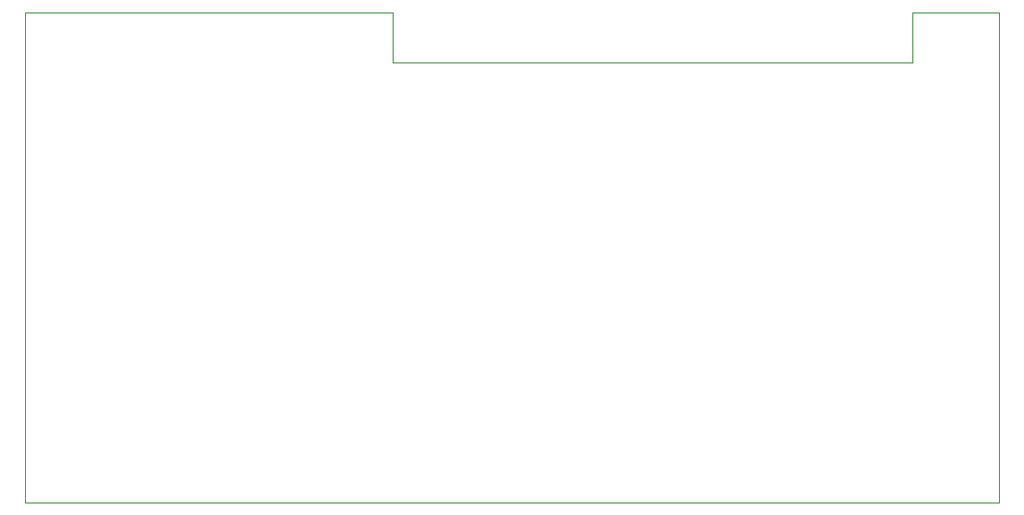
<source format=gbr>
%TF.GenerationSoftware,KiCad,Pcbnew,(5.1.6)-1*%
%TF.CreationDate,2020-09-27T21:03:48-07:00*%
%TF.ProjectId,piezodriver,7069657a-6f64-4726-9976-65722e6b6963,rev?*%
%TF.SameCoordinates,Original*%
%TF.FileFunction,Profile,NP*%
%FSLAX46Y46*%
G04 Gerber Fmt 4.6, Leading zero omitted, Abs format (unit mm)*
G04 Created by KiCad (PCBNEW (5.1.6)-1) date 2020-09-27 21:03:48*
%MOMM*%
%LPD*%
G01*
G04 APERTURE LIST*
%TA.AperFunction,Profile*%
%ADD10C,0.050000*%
%TD*%
G04 APERTURE END LIST*
D10*
X203835000Y-52070000D02*
X249555000Y-52070000D01*
X257175000Y-47625000D02*
X257175000Y-90805000D01*
X249555000Y-47625000D02*
X257175000Y-47625000D01*
X249555000Y-52070000D02*
X249555000Y-47625000D01*
X203835000Y-47625000D02*
X203835000Y-52070000D01*
X203835000Y-47625000D02*
X171450000Y-47625000D01*
X257175000Y-90805000D02*
X171450000Y-90805000D01*
X171450000Y-47625000D02*
X171450000Y-90805000D01*
M02*

</source>
